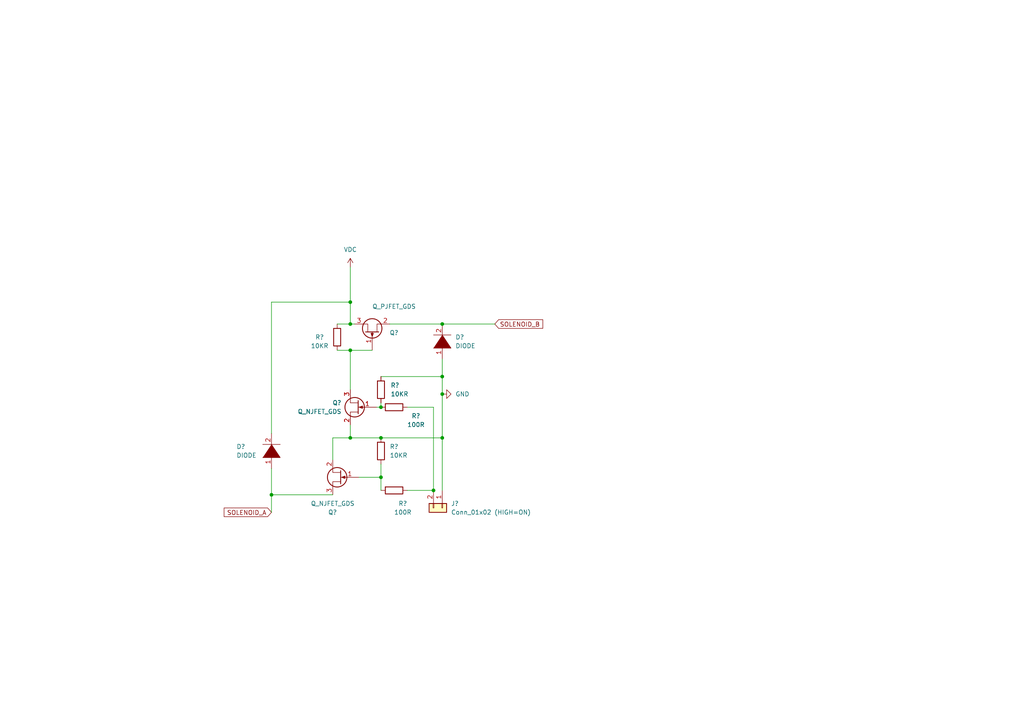
<source format=kicad_sch>
(kicad_sch (version 20211123) (generator eeschema)
  (paper "A4")
  (lib_symbols
    (symbol "Connector_Generic:Conn_01x02" (pin_names (offset 1.016) hide)
      (property "Reference" "J" (at 0 2.54 0))
      (property "Value" "Conn_01x02" (at 0 -5.08 0))
      (symbol "Conn_01x02_1_1"
        (rectangle (start -1.27 -2.413) (end 0 -2.667) (stroke (width 0.1524)))
        (rectangle (start -1.27 0.127) (end 0 -0.127) (stroke (width 0.1524)))
        (rectangle (start -1.27 1.27) (end 1.27 -3.81) (stroke (width 0.254)) (fill (type background)))
        (pin passive line (at -5.08 0 0) (length 3.81) (name "Pin_1") (number "1"))
        (pin passive line (at -5.08 -2.54 0) (length 3.81) (name "Pin_2") (number "2"))
      )
    )
    (symbol "Device:Q_NJFET_GDS" (pin_names (offset 0) hide)
      (property "Reference" "Q" (at 5.08 1.27 0))
      (property "Value" "Q_NJFET_GDS" (at 5.08 -1.27 0))
      (symbol "Q_NJFET_GDS_0_1"
        (polyline (pts (xy 0.254 1.905) (xy 0.254 -1.905) (xy 0.254 -1.905)) (stroke (width 0.254)))
        (polyline (pts (xy 2.54 -2.54) (xy 2.54 -1.27) (xy 0.254 -1.27)))
        (polyline (pts (xy 2.54 2.54) (xy 2.54 1.397) (xy 0.254 1.397)))
        (polyline (pts (xy 0 0) (xy -1.016 0.381) (xy -1.016 -0.381) (xy 0 0)) (fill (type outline)))
        (circle (center 1.27 0) (radius 2.8194) (stroke (width 0.254)))
      )
      (symbol "Q_NJFET_GDS_1_1"
        (pin input line (at -5.08 0 0) (length 5.334) (name "G") (number "1"))
        (pin passive line (at 2.54 5.08 270) (length 2.54) (name "D") (number "2"))
        (pin passive line (at 2.54 -5.08 90) (length 2.54) (name "S") (number "3"))
      )
    )
    (symbol "Device:Q_PJFET_GDS" (pin_names (offset 0) hide)
      (property "Reference" "Q" (at 5.08 1.27 0))
      (property "Value" "Q_PJFET_GDS" (at 5.08 -1.27 0))
      (symbol "Q_PJFET_GDS_0_1"
        (polyline (pts (xy 0.254 1.905) (xy 0.254 -1.905) (xy 0.254 -1.905)) (stroke (width 0.254)))
        (polyline (pts (xy 2.54 -2.54) (xy 2.54 -1.27) (xy 0.254 -1.27)))
        (polyline (pts (xy 2.54 2.54) (xy 2.54 1.397) (xy 0.254 1.397)))
        (polyline (pts (xy -1.143 0) (xy -0.127 0.381) (xy -0.127 -0.381) (xy -1.143 0)) (fill (type outline)))
        (circle (center 1.27 0) (radius 2.8194) (stroke (width 0.254)))
      )
      (symbol "Q_PJFET_GDS_1_1"
        (pin input line (at -5.08 0 0) (length 5.334) (name "G") (number "1"))
        (pin passive line (at 2.54 5.08 270) (length 2.54) (name "D") (number "2"))
        (pin passive line (at 2.54 -5.08 90) (length 2.54) (name "S") (number "3"))
      )
    )
    (symbol "Device:R" (pin_numbers hide) (pin_names (offset 0))
      (property "Reference" "R" (at 2.032 0 90))
      (property "Value" "R" (at 0 0 90))
      (symbol "R_0_1"
        (rectangle (start -1.016 -2.54) (end 1.016 2.54) (stroke (width 0.254)))
      )
      (symbol "R_1_1"
        (pin passive line (at 0 3.81 270) (length 1.27) (name "~") (number "1"))
        (pin passive line (at 0 -3.81 90) (length 1.27) (name "~") (number "2"))
      )
    )
    (symbol "power:GND" (power) (pin_names (offset 0))
      (property "Value" "GND" (at 0 -3.81 0))
      (symbol "GND_0_1"
        (polyline (pts (xy 0 0) (xy 0 -1.27) (xy 1.27 -1.27) (xy 0 -2.54) (xy -1.27 -1.27) (xy 0 -1.27)))
      )
      (symbol "GND_1_1"
        (pin power_in line (at 0 0 270) (length 0) hide (name "GND") (number "1"))
      )
    )
    (symbol "power:VDC" (power) (pin_names (offset 0))
      (property "Value" "VDC" (at 0 6.35 0))
      (symbol "VDC_0_1"
        (polyline (pts (xy -0.762 1.27) (xy 0 2.54)))
        (polyline (pts (xy 0 0) (xy 0 2.54)))
        (polyline (pts (xy 0 2.54) (xy 0.762 1.27)))
      )
      (symbol "VDC_1_1"
        (pin power_in line (at 0 0 90) (length 0) hide (name "VDC") (number "1"))
      )
    )
    (symbol "pspice:DIODE" (pin_names (offset 1.016) hide)
      (property "Reference" "D" (at 0 3.81 0))
      (property "Value" "DIODE" (at 0 -4.445 0))
      (symbol "DIODE_0_1"
        (polyline (pts (xy 1.905 2.54) (xy 1.905 -2.54)))
        (polyline (pts (xy -1.905 2.54) (xy -1.905 -2.54) (xy 1.905 0)) (fill (type outline)))
      )
      (symbol "DIODE_1_1"
        (pin input line (at -5.08 0 0) (length 3.81) (name "K") (number "1"))
        (pin input line (at 5.08 0 180) (length 3.81) (name "A") (number "2"))
      )
    )
  )
  (junction (at 125.73 142.24))
  (junction (at 101.6 127))
  (junction (at 101.6 87.63))
  (junction (at 128.27 114.3))
  (junction (at 78.74 143.51))
  (junction (at 128.27 127))
  (junction (at 128.27 109.22))
  (junction (at 110.49 138.43))
  (junction (at 110.49 118.11))
  (junction (at 110.49 127))
  (junction (at 128.27 93.98))
  (junction (at 101.6 101.6))
  (junction (at 101.6 93.98))
  (wire (pts (xy 96.52 143.51) (xy 78.74 143.51)))
  (wire (pts (xy 96.52 133.35) (xy 96.52 127)))
  (wire (pts (xy 102.87 93.98) (xy 101.6 93.98)))
  (wire (pts (xy 101.6 101.6) (xy 107.95 101.6)))
  (wire (pts (xy 78.74 148.59) (xy 78.74 143.51)))
  (wire (pts (xy 96.52 127) (xy 101.6 127)))
  (wire (pts (xy 110.49 127) (xy 128.27 127)))
  (wire (pts (xy 110.49 109.22) (xy 128.27 109.22)))
  (wire (pts (xy 110.49 138.43) (xy 110.49 142.24)))
  (wire (pts (xy 97.79 101.6) (xy 101.6 101.6)))
  (wire (pts (xy 78.74 143.51) (xy 78.74 135.89)))
  (wire (pts (xy 128.27 127) (xy 128.27 142.24)))
  (wire (pts (xy 78.74 125.73) (xy 78.74 87.63)))
  (wire (pts (xy 118.11 142.24) (xy 125.73 142.24)))
  (wire (pts (xy 101.6 77.47) (xy 101.6 87.63)))
  (wire (pts (xy 113.03 93.98) (xy 128.27 93.98)))
  (wire (pts (xy 101.6 87.63) (xy 101.6 93.98)))
  (wire (pts (xy 110.49 134.62) (xy 110.49 138.43)))
  (wire (pts (xy 101.6 101.6) (xy 101.6 113.03)))
  (wire (pts (xy 128.27 114.3) (xy 128.27 127)))
  (wire (pts (xy 118.11 118.11) (xy 125.73 118.11)))
  (wire (pts (xy 110.49 116.84) (xy 110.49 118.11)))
  (wire (pts (xy 125.73 118.11) (xy 125.73 142.24)))
  (wire (pts (xy 128.27 109.22) (xy 128.27 114.3)))
  (wire (pts (xy 101.6 123.19) (xy 101.6 127)))
  (wire (pts (xy 97.79 93.98) (xy 101.6 93.98)))
  (wire (pts (xy 109.22 118.11) (xy 110.49 118.11)))
  (wire (pts (xy 128.27 104.14) (xy 128.27 109.22)))
  (wire (pts (xy 128.27 93.98) (xy 143.51 93.98)))
  (wire (pts (xy 101.6 127) (xy 110.49 127)))
  (wire (pts (xy 78.74 87.63) (xy 101.6 87.63)))
  (wire (pts (xy 104.14 138.43) (xy 110.49 138.43)))
  (global_label "SOLENOID_A" (shape input) (at 78.74 148.59 180) (property "Intersheet References" "${INTERSHEET_REFS}" (effects hide)))
  (global_label "SOLENOID_B" (shape input) (at 143.51 93.98 0) (property "Intersheet References" "${INTERSHEET_REFS}" (effects hide)))
  (symbol (lib_id "Device:R") (at 97.79 97.79 0) (unit 1)
    (property "Reference" "R?" (at 92.71 97.79 0))
    (property "Value" "10KR" (at 92.71 100.33 0))
  )
  (symbol (lib_id "Device:Q_NJFET_GDS") (at 99.06 138.43 0) (mirror y) (unit 1)
    (property "Reference" "Q?" (at 97.79 148.59 0) (effects (justify left)))
    (property "Value" "Q_NJFET_GDS" (at 102.87 146.05 0) (effects (justify left)))
  )
  (symbol (lib_id "Device:R") (at 110.49 130.81 0) (unit 1)
    (property "Reference" "R?" (at 113.03 129.5399 0) (effects (justify left)))
    (property "Value" "10KR" (at 113.03 132.0799 0) (effects (justify left)))
  )
  (symbol (lib_id "Connector_Generic:Conn_01x02") (at 128.27 147.32 270) (unit 1)
    (property "Reference" "J?" (at 130.81 146.0499 90) (effects (justify left)))
    (property "Value" "Conn_01x02 (HIGH=ON)" (at 130.81 148.5899 90) (effects (justify left)))
  )
  (symbol (lib_id "power:VDC") (at 101.6 77.47 0) (unit 1)
    (property "Reference" "#PWR?" (effects hide))
    (property "Value" "VDC" (at 101.6 72.39 0))
  )
  (symbol (lib_id "Device:R") (at 114.3 142.24 90) (unit 1)
    (property "Reference" "R?" (at 116.84 146.05 90))
    (property "Value" "100R" (at 116.84 148.59 90))
  )
  (symbol (lib_id "Device:R") (at 114.3 118.11 90) (unit 1)
    (property "Reference" "R?" (at 120.65 120.65 90))
    (property "Value" "100R" (at 120.65 123.19 90))
  )
  (symbol (lib_id "pspice:DIODE") (at 78.74 130.81 90) (unit 1)
    (property "Reference" "D?" (at 68.58 129.54 90) (effects (justify right)))
    (property "Value" "DIODE" (at 68.58 132.08 90) (effects (justify right)))
  )
  (symbol (lib_id "Device:R") (at 110.49 113.03 0) (unit 1)
    (property "Reference" "R?" (at 113.291 111.7599 0) (effects (justify left)))
    (property "Value" "10KR" (at 113.291 114.2999 0) (effects (justify left)))
  )
  (symbol (lib_id "power:GND") (at 128.27 114.3 90) (unit 1)
    (property "Reference" "#PWR?" (effects hide))
    (property "Value" "GND" (at 132.08 114.2999 90) (effects (justify right)))
  )
  (symbol (lib_id "Device:Q_NJFET_GDS") (at 104.14 118.11 180) (unit 1)
    (property "Reference" "Q?" (at 99.06 116.8399 0) (effects (justify left)))
    (property "Value" "Q_NJFET_GDS" (at 99.06 119.3799 0) (effects (justify left)))
  )
  (symbol (lib_id "Device:Q_PJFET_GDS") (at 107.95 96.52 270) (mirror x) (unit 1)
    (property "Reference" "Q?" (at 114.3 96.52 90))
    (property "Value" "Q_PJFET_GDS" (at 114.3 88.9 90))
  )
  (symbol (lib_id "pspice:DIODE") (at 128.27 99.06 90) (unit 1)
    (property "Reference" "D?" (at 132.08 97.7899 90) (effects (justify right)))
    (property "Value" "DIODE" (at 132.08 100.3299 90) (effects (justify right)))
  )
)
</source>
